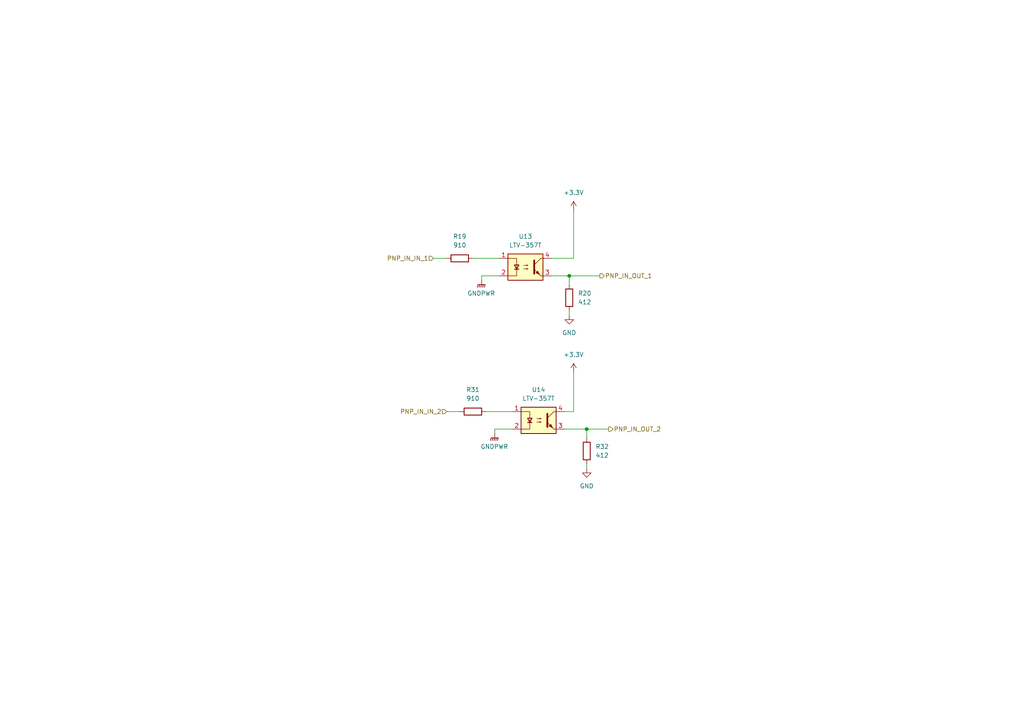
<source format=kicad_sch>
(kicad_sch (version 20250114) (generator "eeschema") (generator_version "9.0")
  (paper "A4")
  (lib_symbols
    (symbol "Device:R" (pin_numbers (hide yes)) (pin_names (offset 0))
      (property "Reference" "R" (at 2.032 0 90))
      (property "Value" "R" (at 0 0 90))
      (symbol "R_0_1"
        (rectangle (start -1.016 -2.54) (end 1.016 2.54) (stroke (width 0.254)))
      )
      (symbol "R_1_1"
        (pin passive line (at 0 3.81 270) (length 1.27) (name "~") (number "1"))
        (pin passive line (at 0 -3.81 90) (length 1.27) (name "~") (number "2"))
      )
    )
    (symbol "Isolator:LTV-357T" (pin_names (offset 1.016))
      (property "Reference" "U" (at -5.334 4.826 0))
      (property "Value" "LTV-357T" (at 0 5.08 0))
      (symbol "LTV-357T_0_1"
        (rectangle (start -5.08 3.81) (end 5.08 -3.81) (stroke (width 0.254)) (fill (type background)))
        (polyline (pts (xy -5.08 2.54) (xy -2.54 2.54) (xy -2.54 -0.762)))
        (polyline (pts (xy -3.175 -0.635) (xy -1.905 -0.635)) (stroke (width 0.254)))
        (polyline (pts (xy -2.54 -0.635) (xy -2.54 -2.54) (xy -5.08 -2.54)))
        (polyline (pts (xy -2.54 -0.635) (xy -3.175 0.635) (xy -1.905 0.635) (xy -2.54 -0.635)) (stroke (width 0.254)))
        (polyline (pts (xy -0.508 0.508) (xy 0.762 0.508) (xy 0.381 0.381) (xy 0.381 0.635) (xy 0.762 0.508)))
        (polyline (pts (xy -0.508 -0.508) (xy 0.762 -0.508) (xy 0.381 -0.635) (xy 0.381 -0.381) (xy 0.762 -0.508)))
        (polyline (pts (xy 2.54 1.905) (xy 2.54 -1.905)) (stroke (width 0.508)))
        (polyline (pts (xy 2.54 0.635) (xy 4.445 2.54)))
        (polyline (pts (xy 3.048 -1.651) (xy 3.556 -1.143) (xy 4.064 -2.159) (xy 3.048 -1.651)) (fill (type outline)))
        (polyline (pts (xy 4.445 2.54) (xy 5.08 2.54)))
        (polyline (pts (xy 4.445 -2.54) (xy 2.54 -0.635)) (fill (type outline)))
        (polyline (pts (xy 4.445 -2.54) (xy 5.08 -2.54)))
      )
      (symbol "LTV-357T_1_1"
        (pin passive line (at -7.62 2.54 0) (length 2.54) (name "~") (number "1"))
        (pin passive line (at -7.62 -2.54 0) (length 2.54) (name "~") (number "2"))
        (pin passive line (at 7.62 2.54 180) (length 2.54) (name "~") (number "4"))
        (pin passive line (at 7.62 -2.54 180) (length 2.54) (name "~") (number "3"))
      )
    )
    (symbol "power:+3.3V" (power) (pin_numbers (hide yes)) (pin_names (offset 0) (hide yes))
      (property "Value" "+3.3V" (at 0 3.556 0))
      (symbol "+3.3V_0_1"
        (polyline (pts (xy -0.762 1.27) (xy 0 2.54)))
        (polyline (pts (xy 0 2.54) (xy 0.762 1.27)))
        (polyline (pts (xy 0 0) (xy 0 2.54)))
      )
      (symbol "+3.3V_1_1"
        (pin power_in line (at 0 0 90) (length 0) (name "~") (number "1"))
      )
    )
    (symbol "power:GND" (power) (pin_numbers (hide yes)) (pin_names (offset 0) (hide yes))
      (property "Value" "GND" (at 0 -3.81 0))
      (symbol "GND_0_1"
        (polyline (pts (xy 0 0) (xy 0 -1.27) (xy 1.27 -1.27) (xy 0 -2.54) (xy -1.27 -1.27) (xy 0 -1.27)))
      )
      (symbol "GND_1_1"
        (pin power_in line (at 0 0 270) (length 0) (name "~") (number "1"))
      )
    )
    (symbol "power:GNDPWR" (power) (pin_numbers (hide yes)) (pin_names (offset 0) (hide yes))
      (property "Value" "GNDPWR" (at 0 -3.302 0))
      (symbol "GNDPWR_0_1"
        (polyline (pts (xy -1.016 -1.27) (xy -1.27 -2.032) (xy -1.27 -2.032)) (stroke (width 0.2032)))
        (polyline (pts (xy -0.508 -1.27) (xy -0.762 -2.032) (xy -0.762 -2.032)) (stroke (width 0.2032)))
        (polyline (pts (xy 0 -1.27) (xy 0 0)))
        (polyline (pts (xy 0 -1.27) (xy -0.254 -2.032) (xy -0.254 -2.032)) (stroke (width 0.2032)))
        (polyline (pts (xy 0.508 -1.27) (xy 0.254 -2.032) (xy 0.254 -2.032)) (stroke (width 0.2032)))
        (polyline (pts (xy 1.016 -1.27) (xy -1.016 -1.27) (xy -1.016 -1.27)) (stroke (width 0.2032)))
        (polyline (pts (xy 1.016 -1.27) (xy 0.762 -2.032) (xy 0.762 -2.032) (xy 0.762 -2.032)) (stroke (width 0.2032)))
      )
      (symbol "GNDPWR_1_1"
        (pin power_in line (at 0 0 270) (length 0) (name "~") (number "1"))
      )
    )
  )
  (junction (at 165.1 80.01))
  (junction (at 170.18 124.46))
  (wire (pts (xy 165.1 80.01) (xy 173.99 80.01)))
  (wire (pts (xy 170.18 134.62) (xy 170.18 135.89)))
  (wire (pts (xy 170.18 124.46) (xy 176.53 124.46)))
  (wire (pts (xy 165.1 90.17) (xy 165.1 91.44)))
  (wire (pts (xy 125.73 74.93) (xy 129.54 74.93)))
  (wire (pts (xy 163.83 124.46) (xy 170.18 124.46)))
  (wire (pts (xy 143.51 124.46) (xy 148.59 124.46)))
  (wire (pts (xy 160.02 80.01) (xy 165.1 80.01)))
  (wire (pts (xy 165.1 80.01) (xy 165.1 82.55)))
  (wire (pts (xy 139.7 80.01) (xy 144.78 80.01)))
  (wire (pts (xy 160.02 74.93) (xy 166.37 74.93)))
  (wire (pts (xy 137.16 74.93) (xy 144.78 74.93)))
  (wire (pts (xy 170.18 124.46) (xy 170.18 127)))
  (wire (pts (xy 129.54 119.38) (xy 133.35 119.38)))
  (wire (pts (xy 166.37 107.95) (xy 166.37 119.38)))
  (wire (pts (xy 140.97 119.38) (xy 148.59 119.38)))
  (wire (pts (xy 143.51 125.73) (xy 143.51 124.46)))
  (wire (pts (xy 139.7 81.28) (xy 139.7 80.01)))
  (wire (pts (xy 166.37 60.96) (xy 166.37 74.93)))
  (wire (pts (xy 163.83 119.38) (xy 166.37 119.38)))
  (hierarchical_label "PNP_IN_OUT_2" (shape output) (at 176.53 124.46 0))
  (hierarchical_label "PNP_IN_OUT_1" (shape output) (at 173.99 80.01 0))
  (hierarchical_label "PNP_IN_IN_1" (shape input) (at 125.73 74.93 180))
  (hierarchical_label "PNP_IN_IN_2" (shape input) (at 129.54 119.38 180))
  (symbol (lib_id "Device:R") (at 165.1 86.36 0) (unit 1)
    (property "Reference" "R20" (at 167.64 85.0899 0) (effects (justify left)))
    (property "Value" "412" (at 167.64 87.6299 0) (effects (justify left)))
    (property "Footprint" "Resistor_SMD:R_0201_0603Metric" (effects (hide yes)))
    (property "Description" "Resistor" (effects (hide yes)))
  )
  (symbol (lib_id "power:GND") (at 165.1 91.44 0) (unit 1)
    (property "Reference" "#PWR036" (effects (hide yes)))
    (property "Value" "GND" (at 165.1 96.52 0))
    (property "Description" "Power symbol creates a global label with name \"GND\" , ground" (effects (hide yes)))
  )
  (symbol (lib_id "power:GNDPWR") (at 143.51 125.73 0) (unit 1)
    (property "Reference" "#PWR038" (effects (hide yes)))
    (property "Value" "GNDPWR" (at 143.383 129.54 0))
    (property "Description" "Power symbol creates a global label with name \"GNDPWR\" , global ground" (effects (hide yes)))
  )
  (symbol (lib_id "Isolator:LTV-357T") (at 156.21 121.92 0) (unit 1)
    (property "Reference" "U14" (at 156.21 113.03 0))
    (property "Value" "LTV-357T" (at 156.21 115.57 0))
    (property "Footprint" "Package_SO:SO-4_4.4x3.6mm_P2.54mm" (effects (hide yes)))
    (property "Datasheet" "https://www.buerklin.com/medias/sys_master/download/download/h91/ha0/8892020588574.pdf" (effects (hide yes)))
    (property "Description" "DC Optocoupler, Vce 35V, CTR 50%, SO-4" (effects (hide yes)))
  )
  (symbol (lib_id "power:+3.3V") (at 166.37 107.95 0) (unit 1)
    (property "Reference" "#PWR062" (effects (hide yes)))
    (property "Value" "+3.3V" (at 166.37 102.87 0))
    (property "Description" "Power symbol creates a global label with name \"+3.3V\"" (effects (hide yes)))
  )
  (symbol (lib_id "Device:R") (at 133.35 74.93 90) (unit 1)
    (property "Reference" "R19" (at 133.35 68.58 90))
    (property "Value" "910" (at 133.35 71.12 90))
    (property "Footprint" "Resistor_SMD:R_0201_0603Metric" (effects (hide yes)))
    (property "Description" "Resistor" (effects (hide yes)))
  )
  (symbol (lib_id "Device:R") (at 137.16 119.38 90) (unit 1)
    (property "Reference" "R31" (at 137.16 113.03 90))
    (property "Value" "910" (at 137.16 115.57 90))
    (property "Footprint" "Resistor_SMD:R_0201_0603Metric" (effects (hide yes)))
    (property "Description" "Resistor" (effects (hide yes)))
  )
  (symbol (lib_id "power:+3.3V") (at 166.37 60.96 0) (unit 1)
    (property "Reference" "#PWR037" (effects (hide yes)))
    (property "Value" "+3.3V" (at 166.37 55.88 0))
    (property "Description" "Power symbol creates a global label with name \"+3.3V\"" (effects (hide yes)))
  )
  (symbol (lib_id "Device:R") (at 170.18 130.81 0) (unit 1)
    (property "Reference" "R32" (at 172.72 129.5399 0) (effects (justify left)))
    (property "Value" "412" (at 172.72 132.0799 0) (effects (justify left)))
    (property "Footprint" "Resistor_SMD:R_0201_0603Metric" (effects (hide yes)))
    (property "Description" "Resistor" (effects (hide yes)))
  )
  (symbol (lib_id "power:GND") (at 170.18 135.89 0) (unit 1)
    (property "Reference" "#PWR063" (effects (hide yes)))
    (property "Value" "GND" (at 170.18 140.97 0))
    (property "Description" "Power symbol creates a global label with name \"GND\" , ground" (effects (hide yes)))
  )
  (symbol (lib_id "Isolator:LTV-357T") (at 152.4 77.47 0) (unit 1)
    (property "Reference" "U13" (at 152.4 68.58 0))
    (property "Value" "LTV-357T" (at 152.4 71.12 0))
    (property "Footprint" "Package_SO:SO-4_4.4x3.6mm_P2.54mm" (effects (hide yes)))
    (property "Datasheet" "https://www.buerklin.com/medias/sys_master/download/download/h91/ha0/8892020588574.pdf" (effects (hide yes)))
    (property "Description" "DC Optocoupler, Vce 35V, CTR 50%, SO-4" (effects (hide yes)))
  )
  (symbol (lib_id "power:GNDPWR") (at 139.7 81.28 0) (unit 1)
    (property "Reference" "#PWR035" (effects (hide yes)))
    (property "Value" "GNDPWR" (at 139.573 85.09 0))
    (property "Description" "Power symbol creates a global label with name \"GNDPWR\" , global ground" (effects (hide yes)))
  )
)
</source>
